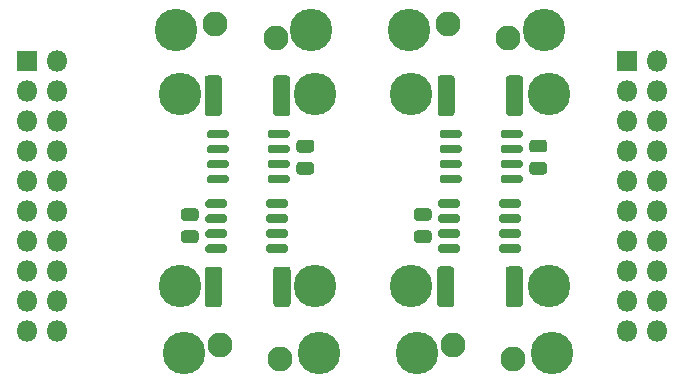
<source format=gbr>
%TF.GenerationSoftware,KiCad,Pcbnew,(5.1.6)-1*%
%TF.CreationDate,2020-06-17T01:07:27+01:00*%
%TF.ProjectId,I_sense_pcb,495f7365-6e73-4655-9f70-63622e6b6963,rev?*%
%TF.SameCoordinates,Original*%
%TF.FileFunction,Soldermask,Top*%
%TF.FilePolarity,Negative*%
%FSLAX46Y46*%
G04 Gerber Fmt 4.6, Leading zero omitted, Abs format (unit mm)*
G04 Created by KiCad (PCBNEW (5.1.6)-1) date 2020-06-17 01:07:27*
%MOMM*%
%LPD*%
G01*
G04 APERTURE LIST*
%ADD10C,3.600000*%
%ADD11C,2.110000*%
%ADD12R,1.800000X1.800000*%
%ADD13O,1.800000X1.800000*%
G04 APERTURE END LIST*
%TO.C,U4*%
G36*
G01*
X146650200Y-74305399D02*
X146650200Y-74655399D01*
G75*
G02*
X146475200Y-74830399I-175000J0D01*
G01*
X144975200Y-74830399D01*
G75*
G02*
X144800200Y-74655399I0J175000D01*
G01*
X144800200Y-74305399D01*
G75*
G02*
X144975200Y-74130399I175000J0D01*
G01*
X146475200Y-74130399D01*
G75*
G02*
X146650200Y-74305399I0J-175000D01*
G01*
G37*
G36*
G01*
X146650200Y-73035399D02*
X146650200Y-73385399D01*
G75*
G02*
X146475200Y-73560399I-175000J0D01*
G01*
X144975200Y-73560399D01*
G75*
G02*
X144800200Y-73385399I0J175000D01*
G01*
X144800200Y-73035399D01*
G75*
G02*
X144975200Y-72860399I175000J0D01*
G01*
X146475200Y-72860399D01*
G75*
G02*
X146650200Y-73035399I0J-175000D01*
G01*
G37*
G36*
G01*
X146650200Y-71765399D02*
X146650200Y-72115399D01*
G75*
G02*
X146475200Y-72290399I-175000J0D01*
G01*
X144975200Y-72290399D01*
G75*
G02*
X144800200Y-72115399I0J175000D01*
G01*
X144800200Y-71765399D01*
G75*
G02*
X144975200Y-71590399I175000J0D01*
G01*
X146475200Y-71590399D01*
G75*
G02*
X146650200Y-71765399I0J-175000D01*
G01*
G37*
G36*
G01*
X146650200Y-70495399D02*
X146650200Y-70845399D01*
G75*
G02*
X146475200Y-71020399I-175000J0D01*
G01*
X144975200Y-71020399D01*
G75*
G02*
X144800200Y-70845399I0J175000D01*
G01*
X144800200Y-70495399D01*
G75*
G02*
X144975200Y-70320399I175000J0D01*
G01*
X146475200Y-70320399D01*
G75*
G02*
X146650200Y-70495399I0J-175000D01*
G01*
G37*
G36*
G01*
X151800200Y-70495399D02*
X151800200Y-70845399D01*
G75*
G02*
X151625200Y-71020399I-175000J0D01*
G01*
X150125200Y-71020399D01*
G75*
G02*
X149950200Y-70845399I0J175000D01*
G01*
X149950200Y-70495399D01*
G75*
G02*
X150125200Y-70320399I175000J0D01*
G01*
X151625200Y-70320399D01*
G75*
G02*
X151800200Y-70495399I0J-175000D01*
G01*
G37*
G36*
G01*
X151800200Y-71765399D02*
X151800200Y-72115399D01*
G75*
G02*
X151625200Y-72290399I-175000J0D01*
G01*
X150125200Y-72290399D01*
G75*
G02*
X149950200Y-72115399I0J175000D01*
G01*
X149950200Y-71765399D01*
G75*
G02*
X150125200Y-71590399I175000J0D01*
G01*
X151625200Y-71590399D01*
G75*
G02*
X151800200Y-71765399I0J-175000D01*
G01*
G37*
G36*
G01*
X151800200Y-73035399D02*
X151800200Y-73385399D01*
G75*
G02*
X151625200Y-73560399I-175000J0D01*
G01*
X150125200Y-73560399D01*
G75*
G02*
X149950200Y-73385399I0J175000D01*
G01*
X149950200Y-73035399D01*
G75*
G02*
X150125200Y-72860399I175000J0D01*
G01*
X151625200Y-72860399D01*
G75*
G02*
X151800200Y-73035399I0J-175000D01*
G01*
G37*
G36*
G01*
X151800200Y-74305399D02*
X151800200Y-74655399D01*
G75*
G02*
X151625200Y-74830399I-175000J0D01*
G01*
X150125200Y-74830399D01*
G75*
G02*
X149950200Y-74655399I0J175000D01*
G01*
X149950200Y-74305399D01*
G75*
G02*
X150125200Y-74130399I175000J0D01*
G01*
X151625200Y-74130399D01*
G75*
G02*
X151800200Y-74305399I0J-175000D01*
G01*
G37*
%TD*%
%TO.C,C4*%
G36*
G01*
X143954250Y-74015500D02*
X142991750Y-74015500D01*
G75*
G02*
X142723000Y-73746750I0J268750D01*
G01*
X142723000Y-73209250D01*
G75*
G02*
X142991750Y-72940500I268750J0D01*
G01*
X143954250Y-72940500D01*
G75*
G02*
X144223000Y-73209250I0J-268750D01*
G01*
X144223000Y-73746750D01*
G75*
G02*
X143954250Y-74015500I-268750J0D01*
G01*
G37*
G36*
G01*
X143954250Y-72140500D02*
X142991750Y-72140500D01*
G75*
G02*
X142723000Y-71871750I0J268750D01*
G01*
X142723000Y-71334250D01*
G75*
G02*
X142991750Y-71065500I268750J0D01*
G01*
X143954250Y-71065500D01*
G75*
G02*
X144223000Y-71334250I0J-268750D01*
G01*
X144223000Y-71871750D01*
G75*
G02*
X143954250Y-72140500I-268750J0D01*
G01*
G37*
%TD*%
%TO.C,R4*%
G36*
G01*
X150489000Y-79180882D02*
X150489000Y-76267918D01*
G75*
G02*
X150757518Y-75999400I268518J0D01*
G01*
X151670482Y-75999400D01*
G75*
G02*
X151939000Y-76267918I0J-268518D01*
G01*
X151939000Y-79180882D01*
G75*
G02*
X151670482Y-79449400I-268518J0D01*
G01*
X150757518Y-79449400D01*
G75*
G02*
X150489000Y-79180882I0J268518D01*
G01*
G37*
G36*
G01*
X144689000Y-79180882D02*
X144689000Y-76267918D01*
G75*
G02*
X144957518Y-75999400I268518J0D01*
G01*
X145870482Y-75999400D01*
G75*
G02*
X146139000Y-76267918I0J-268518D01*
G01*
X146139000Y-79180882D01*
G75*
G02*
X145870482Y-79449400I-268518J0D01*
G01*
X144957518Y-79449400D01*
G75*
G02*
X144689000Y-79180882I0J268518D01*
G01*
G37*
%TD*%
D10*
%TO.C,J9*%
X153760000Y-55982000D03*
%TD*%
%TO.C,R3*%
G36*
G01*
X146174800Y-60088118D02*
X146174800Y-63001082D01*
G75*
G02*
X145906282Y-63269600I-268518J0D01*
G01*
X144993318Y-63269600D01*
G75*
G02*
X144724800Y-63001082I0J268518D01*
G01*
X144724800Y-60088118D01*
G75*
G02*
X144993318Y-59819600I268518J0D01*
G01*
X145906282Y-59819600D01*
G75*
G02*
X146174800Y-60088118I0J-268518D01*
G01*
G37*
G36*
G01*
X151974800Y-60088118D02*
X151974800Y-63001082D01*
G75*
G02*
X151706282Y-63269600I-268518J0D01*
G01*
X150793318Y-63269600D01*
G75*
G02*
X150524800Y-63001082I0J268518D01*
G01*
X150524800Y-60088118D01*
G75*
G02*
X150793318Y-59819600I268518J0D01*
G01*
X151706282Y-59819600D01*
G75*
G02*
X151974800Y-60088118I0J-268518D01*
G01*
G37*
%TD*%
%TO.C,J10*%
X142330000Y-55982000D03*
%TD*%
%TO.C,J14*%
X154156000Y-77690000D03*
%TD*%
%TO.C,J15*%
X154156000Y-61434000D03*
%TD*%
D11*
%TO.C,F4*%
X146013000Y-82652000D03*
X151113000Y-83852000D03*
%TD*%
D10*
%TO.C,J13*%
X142472000Y-61434000D03*
%TD*%
%TO.C,J16*%
X142472000Y-77690000D03*
%TD*%
%TO.C,J12*%
X142965000Y-83287000D03*
%TD*%
%TO.C,U3*%
G36*
G01*
X150074800Y-64963601D02*
X150074800Y-64613601D01*
G75*
G02*
X150249800Y-64438601I175000J0D01*
G01*
X151749800Y-64438601D01*
G75*
G02*
X151924800Y-64613601I0J-175000D01*
G01*
X151924800Y-64963601D01*
G75*
G02*
X151749800Y-65138601I-175000J0D01*
G01*
X150249800Y-65138601D01*
G75*
G02*
X150074800Y-64963601I0J175000D01*
G01*
G37*
G36*
G01*
X150074800Y-66233601D02*
X150074800Y-65883601D01*
G75*
G02*
X150249800Y-65708601I175000J0D01*
G01*
X151749800Y-65708601D01*
G75*
G02*
X151924800Y-65883601I0J-175000D01*
G01*
X151924800Y-66233601D01*
G75*
G02*
X151749800Y-66408601I-175000J0D01*
G01*
X150249800Y-66408601D01*
G75*
G02*
X150074800Y-66233601I0J175000D01*
G01*
G37*
G36*
G01*
X150074800Y-67503601D02*
X150074800Y-67153601D01*
G75*
G02*
X150249800Y-66978601I175000J0D01*
G01*
X151749800Y-66978601D01*
G75*
G02*
X151924800Y-67153601I0J-175000D01*
G01*
X151924800Y-67503601D01*
G75*
G02*
X151749800Y-67678601I-175000J0D01*
G01*
X150249800Y-67678601D01*
G75*
G02*
X150074800Y-67503601I0J175000D01*
G01*
G37*
G36*
G01*
X150074800Y-68773601D02*
X150074800Y-68423601D01*
G75*
G02*
X150249800Y-68248601I175000J0D01*
G01*
X151749800Y-68248601D01*
G75*
G02*
X151924800Y-68423601I0J-175000D01*
G01*
X151924800Y-68773601D01*
G75*
G02*
X151749800Y-68948601I-175000J0D01*
G01*
X150249800Y-68948601D01*
G75*
G02*
X150074800Y-68773601I0J175000D01*
G01*
G37*
G36*
G01*
X144924800Y-68773601D02*
X144924800Y-68423601D01*
G75*
G02*
X145099800Y-68248601I175000J0D01*
G01*
X146599800Y-68248601D01*
G75*
G02*
X146774800Y-68423601I0J-175000D01*
G01*
X146774800Y-68773601D01*
G75*
G02*
X146599800Y-68948601I-175000J0D01*
G01*
X145099800Y-68948601D01*
G75*
G02*
X144924800Y-68773601I0J175000D01*
G01*
G37*
G36*
G01*
X144924800Y-67503601D02*
X144924800Y-67153601D01*
G75*
G02*
X145099800Y-66978601I175000J0D01*
G01*
X146599800Y-66978601D01*
G75*
G02*
X146774800Y-67153601I0J-175000D01*
G01*
X146774800Y-67503601D01*
G75*
G02*
X146599800Y-67678601I-175000J0D01*
G01*
X145099800Y-67678601D01*
G75*
G02*
X144924800Y-67503601I0J175000D01*
G01*
G37*
G36*
G01*
X144924800Y-66233601D02*
X144924800Y-65883601D01*
G75*
G02*
X145099800Y-65708601I175000J0D01*
G01*
X146599800Y-65708601D01*
G75*
G02*
X146774800Y-65883601I0J-175000D01*
G01*
X146774800Y-66233601D01*
G75*
G02*
X146599800Y-66408601I-175000J0D01*
G01*
X145099800Y-66408601D01*
G75*
G02*
X144924800Y-66233601I0J175000D01*
G01*
G37*
G36*
G01*
X144924800Y-64963601D02*
X144924800Y-64613601D01*
G75*
G02*
X145099800Y-64438601I175000J0D01*
G01*
X146599800Y-64438601D01*
G75*
G02*
X146774800Y-64613601I0J-175000D01*
G01*
X146774800Y-64963601D01*
G75*
G02*
X146599800Y-65138601I-175000J0D01*
G01*
X145099800Y-65138601D01*
G75*
G02*
X144924800Y-64963601I0J175000D01*
G01*
G37*
%TD*%
%TO.C,C3*%
G36*
G01*
X152770750Y-67149300D02*
X153733250Y-67149300D01*
G75*
G02*
X154002000Y-67418050I0J-268750D01*
G01*
X154002000Y-67955550D01*
G75*
G02*
X153733250Y-68224300I-268750J0D01*
G01*
X152770750Y-68224300D01*
G75*
G02*
X152502000Y-67955550I0J268750D01*
G01*
X152502000Y-67418050D01*
G75*
G02*
X152770750Y-67149300I268750J0D01*
G01*
G37*
G36*
G01*
X152770750Y-65274300D02*
X153733250Y-65274300D01*
G75*
G02*
X154002000Y-65543050I0J-268750D01*
G01*
X154002000Y-66080550D01*
G75*
G02*
X153733250Y-66349300I-268750J0D01*
G01*
X152770750Y-66349300D01*
G75*
G02*
X152502000Y-66080550I0J268750D01*
G01*
X152502000Y-65543050D01*
G75*
G02*
X152770750Y-65274300I268750J0D01*
G01*
G37*
%TD*%
%TO.C,J11*%
X154395000Y-83287000D03*
%TD*%
D11*
%TO.C,F3*%
X150732000Y-56674000D03*
X145632000Y-55474000D03*
%TD*%
%TO.C,F2*%
X125910000Y-55482000D03*
X131010000Y-56682000D03*
%TD*%
D10*
%TO.C,J1*%
X134673000Y-83295000D03*
%TD*%
%TO.C,C2*%
G36*
G01*
X133048750Y-65282300D02*
X134011250Y-65282300D01*
G75*
G02*
X134280000Y-65551050I0J-268750D01*
G01*
X134280000Y-66088550D01*
G75*
G02*
X134011250Y-66357300I-268750J0D01*
G01*
X133048750Y-66357300D01*
G75*
G02*
X132780000Y-66088550I0J268750D01*
G01*
X132780000Y-65551050D01*
G75*
G02*
X133048750Y-65282300I268750J0D01*
G01*
G37*
G36*
G01*
X133048750Y-67157300D02*
X134011250Y-67157300D01*
G75*
G02*
X134280000Y-67426050I0J-268750D01*
G01*
X134280000Y-67963550D01*
G75*
G02*
X134011250Y-68232300I-268750J0D01*
G01*
X133048750Y-68232300D01*
G75*
G02*
X132780000Y-67963550I0J268750D01*
G01*
X132780000Y-67426050D01*
G75*
G02*
X133048750Y-67157300I268750J0D01*
G01*
G37*
%TD*%
%TO.C,U2*%
G36*
G01*
X125202800Y-64971601D02*
X125202800Y-64621601D01*
G75*
G02*
X125377800Y-64446601I175000J0D01*
G01*
X126877800Y-64446601D01*
G75*
G02*
X127052800Y-64621601I0J-175000D01*
G01*
X127052800Y-64971601D01*
G75*
G02*
X126877800Y-65146601I-175000J0D01*
G01*
X125377800Y-65146601D01*
G75*
G02*
X125202800Y-64971601I0J175000D01*
G01*
G37*
G36*
G01*
X125202800Y-66241601D02*
X125202800Y-65891601D01*
G75*
G02*
X125377800Y-65716601I175000J0D01*
G01*
X126877800Y-65716601D01*
G75*
G02*
X127052800Y-65891601I0J-175000D01*
G01*
X127052800Y-66241601D01*
G75*
G02*
X126877800Y-66416601I-175000J0D01*
G01*
X125377800Y-66416601D01*
G75*
G02*
X125202800Y-66241601I0J175000D01*
G01*
G37*
G36*
G01*
X125202800Y-67511601D02*
X125202800Y-67161601D01*
G75*
G02*
X125377800Y-66986601I175000J0D01*
G01*
X126877800Y-66986601D01*
G75*
G02*
X127052800Y-67161601I0J-175000D01*
G01*
X127052800Y-67511601D01*
G75*
G02*
X126877800Y-67686601I-175000J0D01*
G01*
X125377800Y-67686601D01*
G75*
G02*
X125202800Y-67511601I0J175000D01*
G01*
G37*
G36*
G01*
X125202800Y-68781601D02*
X125202800Y-68431601D01*
G75*
G02*
X125377800Y-68256601I175000J0D01*
G01*
X126877800Y-68256601D01*
G75*
G02*
X127052800Y-68431601I0J-175000D01*
G01*
X127052800Y-68781601D01*
G75*
G02*
X126877800Y-68956601I-175000J0D01*
G01*
X125377800Y-68956601D01*
G75*
G02*
X125202800Y-68781601I0J175000D01*
G01*
G37*
G36*
G01*
X130352800Y-68781601D02*
X130352800Y-68431601D01*
G75*
G02*
X130527800Y-68256601I175000J0D01*
G01*
X132027800Y-68256601D01*
G75*
G02*
X132202800Y-68431601I0J-175000D01*
G01*
X132202800Y-68781601D01*
G75*
G02*
X132027800Y-68956601I-175000J0D01*
G01*
X130527800Y-68956601D01*
G75*
G02*
X130352800Y-68781601I0J175000D01*
G01*
G37*
G36*
G01*
X130352800Y-67511601D02*
X130352800Y-67161601D01*
G75*
G02*
X130527800Y-66986601I175000J0D01*
G01*
X132027800Y-66986601D01*
G75*
G02*
X132202800Y-67161601I0J-175000D01*
G01*
X132202800Y-67511601D01*
G75*
G02*
X132027800Y-67686601I-175000J0D01*
G01*
X130527800Y-67686601D01*
G75*
G02*
X130352800Y-67511601I0J175000D01*
G01*
G37*
G36*
G01*
X130352800Y-66241601D02*
X130352800Y-65891601D01*
G75*
G02*
X130527800Y-65716601I175000J0D01*
G01*
X132027800Y-65716601D01*
G75*
G02*
X132202800Y-65891601I0J-175000D01*
G01*
X132202800Y-66241601D01*
G75*
G02*
X132027800Y-66416601I-175000J0D01*
G01*
X130527800Y-66416601D01*
G75*
G02*
X130352800Y-66241601I0J175000D01*
G01*
G37*
G36*
G01*
X130352800Y-64971601D02*
X130352800Y-64621601D01*
G75*
G02*
X130527800Y-64446601I175000J0D01*
G01*
X132027800Y-64446601D01*
G75*
G02*
X132202800Y-64621601I0J-175000D01*
G01*
X132202800Y-64971601D01*
G75*
G02*
X132027800Y-65146601I-175000J0D01*
G01*
X130527800Y-65146601D01*
G75*
G02*
X130352800Y-64971601I0J175000D01*
G01*
G37*
%TD*%
%TO.C,J2*%
X123243000Y-83295000D03*
%TD*%
%TO.C,J7*%
X122914000Y-77690000D03*
%TD*%
%TO.C,J6*%
X122914000Y-61434000D03*
%TD*%
D11*
%TO.C,F1*%
X131391000Y-83860000D03*
X126291000Y-82660000D03*
%TD*%
D10*
%TO.C,J8*%
X134344000Y-61434000D03*
%TD*%
%TO.C,J5*%
X134344000Y-77690000D03*
%TD*%
%TO.C,J4*%
X122608000Y-55990000D03*
%TD*%
%TO.C,R2*%
G36*
G01*
X132252800Y-60096118D02*
X132252800Y-63009082D01*
G75*
G02*
X131984282Y-63277600I-268518J0D01*
G01*
X131071318Y-63277600D01*
G75*
G02*
X130802800Y-63009082I0J268518D01*
G01*
X130802800Y-60096118D01*
G75*
G02*
X131071318Y-59827600I268518J0D01*
G01*
X131984282Y-59827600D01*
G75*
G02*
X132252800Y-60096118I0J-268518D01*
G01*
G37*
G36*
G01*
X126452800Y-60096118D02*
X126452800Y-63009082D01*
G75*
G02*
X126184282Y-63277600I-268518J0D01*
G01*
X125271318Y-63277600D01*
G75*
G02*
X125002800Y-63009082I0J268518D01*
G01*
X125002800Y-60096118D01*
G75*
G02*
X125271318Y-59827600I268518J0D01*
G01*
X126184282Y-59827600D01*
G75*
G02*
X126452800Y-60096118I0J-268518D01*
G01*
G37*
%TD*%
%TO.C,J3*%
X134038000Y-55990000D03*
%TD*%
%TO.C,R1*%
G36*
G01*
X125028200Y-79188882D02*
X125028200Y-76275918D01*
G75*
G02*
X125296718Y-76007400I268518J0D01*
G01*
X126209682Y-76007400D01*
G75*
G02*
X126478200Y-76275918I0J-268518D01*
G01*
X126478200Y-79188882D01*
G75*
G02*
X126209682Y-79457400I-268518J0D01*
G01*
X125296718Y-79457400D01*
G75*
G02*
X125028200Y-79188882I0J268518D01*
G01*
G37*
G36*
G01*
X130828200Y-79188882D02*
X130828200Y-76275918D01*
G75*
G02*
X131096718Y-76007400I268518J0D01*
G01*
X132009682Y-76007400D01*
G75*
G02*
X132278200Y-76275918I0J-268518D01*
G01*
X132278200Y-79188882D01*
G75*
G02*
X132009682Y-79457400I-268518J0D01*
G01*
X131096718Y-79457400D01*
G75*
G02*
X130828200Y-79188882I0J268518D01*
G01*
G37*
%TD*%
%TO.C,C1*%
G36*
G01*
X124232250Y-72148500D02*
X123269750Y-72148500D01*
G75*
G02*
X123001000Y-71879750I0J268750D01*
G01*
X123001000Y-71342250D01*
G75*
G02*
X123269750Y-71073500I268750J0D01*
G01*
X124232250Y-71073500D01*
G75*
G02*
X124501000Y-71342250I0J-268750D01*
G01*
X124501000Y-71879750D01*
G75*
G02*
X124232250Y-72148500I-268750J0D01*
G01*
G37*
G36*
G01*
X124232250Y-74023500D02*
X123269750Y-74023500D01*
G75*
G02*
X123001000Y-73754750I0J268750D01*
G01*
X123001000Y-73217250D01*
G75*
G02*
X123269750Y-72948500I268750J0D01*
G01*
X124232250Y-72948500D01*
G75*
G02*
X124501000Y-73217250I0J-268750D01*
G01*
X124501000Y-73754750D01*
G75*
G02*
X124232250Y-74023500I-268750J0D01*
G01*
G37*
%TD*%
%TO.C,U1*%
G36*
G01*
X132078200Y-74313399D02*
X132078200Y-74663399D01*
G75*
G02*
X131903200Y-74838399I-175000J0D01*
G01*
X130403200Y-74838399D01*
G75*
G02*
X130228200Y-74663399I0J175000D01*
G01*
X130228200Y-74313399D01*
G75*
G02*
X130403200Y-74138399I175000J0D01*
G01*
X131903200Y-74138399D01*
G75*
G02*
X132078200Y-74313399I0J-175000D01*
G01*
G37*
G36*
G01*
X132078200Y-73043399D02*
X132078200Y-73393399D01*
G75*
G02*
X131903200Y-73568399I-175000J0D01*
G01*
X130403200Y-73568399D01*
G75*
G02*
X130228200Y-73393399I0J175000D01*
G01*
X130228200Y-73043399D01*
G75*
G02*
X130403200Y-72868399I175000J0D01*
G01*
X131903200Y-72868399D01*
G75*
G02*
X132078200Y-73043399I0J-175000D01*
G01*
G37*
G36*
G01*
X132078200Y-71773399D02*
X132078200Y-72123399D01*
G75*
G02*
X131903200Y-72298399I-175000J0D01*
G01*
X130403200Y-72298399D01*
G75*
G02*
X130228200Y-72123399I0J175000D01*
G01*
X130228200Y-71773399D01*
G75*
G02*
X130403200Y-71598399I175000J0D01*
G01*
X131903200Y-71598399D01*
G75*
G02*
X132078200Y-71773399I0J-175000D01*
G01*
G37*
G36*
G01*
X132078200Y-70503399D02*
X132078200Y-70853399D01*
G75*
G02*
X131903200Y-71028399I-175000J0D01*
G01*
X130403200Y-71028399D01*
G75*
G02*
X130228200Y-70853399I0J175000D01*
G01*
X130228200Y-70503399D01*
G75*
G02*
X130403200Y-70328399I175000J0D01*
G01*
X131903200Y-70328399D01*
G75*
G02*
X132078200Y-70503399I0J-175000D01*
G01*
G37*
G36*
G01*
X126928200Y-70503399D02*
X126928200Y-70853399D01*
G75*
G02*
X126753200Y-71028399I-175000J0D01*
G01*
X125253200Y-71028399D01*
G75*
G02*
X125078200Y-70853399I0J175000D01*
G01*
X125078200Y-70503399D01*
G75*
G02*
X125253200Y-70328399I175000J0D01*
G01*
X126753200Y-70328399D01*
G75*
G02*
X126928200Y-70503399I0J-175000D01*
G01*
G37*
G36*
G01*
X126928200Y-71773399D02*
X126928200Y-72123399D01*
G75*
G02*
X126753200Y-72298399I-175000J0D01*
G01*
X125253200Y-72298399D01*
G75*
G02*
X125078200Y-72123399I0J175000D01*
G01*
X125078200Y-71773399D01*
G75*
G02*
X125253200Y-71598399I175000J0D01*
G01*
X126753200Y-71598399D01*
G75*
G02*
X126928200Y-71773399I0J-175000D01*
G01*
G37*
G36*
G01*
X126928200Y-73043399D02*
X126928200Y-73393399D01*
G75*
G02*
X126753200Y-73568399I-175000J0D01*
G01*
X125253200Y-73568399D01*
G75*
G02*
X125078200Y-73393399I0J175000D01*
G01*
X125078200Y-73043399D01*
G75*
G02*
X125253200Y-72868399I175000J0D01*
G01*
X126753200Y-72868399D01*
G75*
G02*
X126928200Y-73043399I0J-175000D01*
G01*
G37*
G36*
G01*
X126928200Y-74313399D02*
X126928200Y-74663399D01*
G75*
G02*
X126753200Y-74838399I-175000J0D01*
G01*
X125253200Y-74838399D01*
G75*
G02*
X125078200Y-74663399I0J175000D01*
G01*
X125078200Y-74313399D01*
G75*
G02*
X125253200Y-74138399I175000J0D01*
G01*
X126753200Y-74138399D01*
G75*
G02*
X126928200Y-74313399I0J-175000D01*
G01*
G37*
%TD*%
D12*
%TO.C,J17*%
X109960000Y-58640000D03*
D13*
X112500000Y-58640000D03*
X109960000Y-61180000D03*
X112500000Y-61180000D03*
X109960000Y-63720000D03*
X112500000Y-63720000D03*
X109960000Y-66260000D03*
X112500000Y-66260000D03*
X109960000Y-68800000D03*
X112500000Y-68800000D03*
X109960000Y-71340000D03*
X112500000Y-71340000D03*
X109960000Y-73880000D03*
X112500000Y-73880000D03*
X109960000Y-76420000D03*
X112500000Y-76420000D03*
X109960000Y-78960000D03*
X112500000Y-78960000D03*
X109960000Y-81500000D03*
X112500000Y-81500000D03*
%TD*%
%TO.C,J18*%
X163300000Y-81500000D03*
X160760000Y-81500000D03*
X163300000Y-78960000D03*
X160760000Y-78960000D03*
X163300000Y-76420000D03*
X160760000Y-76420000D03*
X163300000Y-73880000D03*
X160760000Y-73880000D03*
X163300000Y-71340000D03*
X160760000Y-71340000D03*
X163300000Y-68800000D03*
X160760000Y-68800000D03*
X163300000Y-66260000D03*
X160760000Y-66260000D03*
X163300000Y-63720000D03*
X160760000Y-63720000D03*
X163300000Y-61180000D03*
X160760000Y-61180000D03*
X163300000Y-58640000D03*
D12*
X160760000Y-58640000D03*
%TD*%
M02*

</source>
